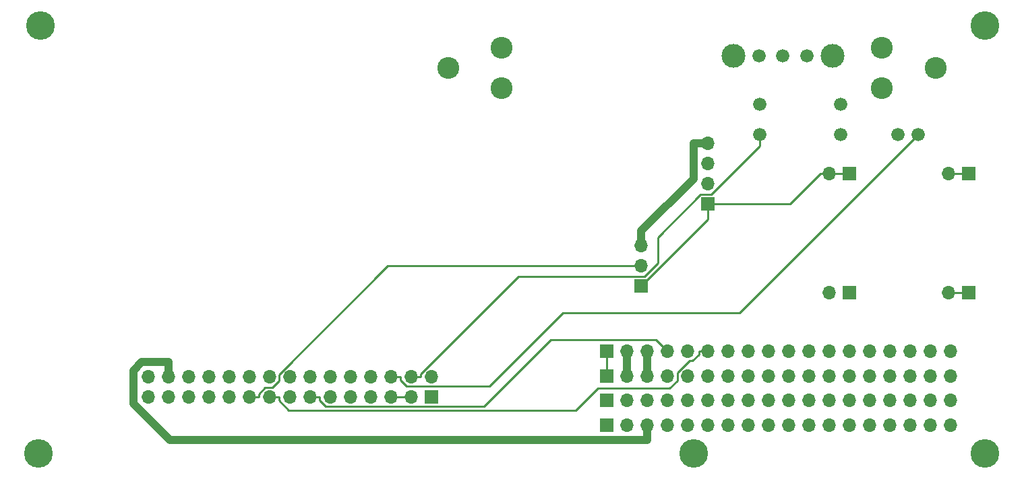
<source format=gbr>
G04 #@! TF.GenerationSoftware,KiCad,Pcbnew,5.99.0-unknown-a61ea1f~89~ubuntu20.04.1*
G04 #@! TF.CreationDate,2020-07-29T14:39:46+09:00*
G04 #@! TF.ProjectId,bGeigieRaku V2,62476569-6769-4655-9261-6b752056322e,rev?*
G04 #@! TF.SameCoordinates,Original*
G04 #@! TF.FileFunction,Copper,L1,Top*
G04 #@! TF.FilePolarity,Positive*
%FSLAX46Y46*%
G04 Gerber Fmt 4.6, Leading zero omitted, Abs format (unit mm)*
G04 Created by KiCad (PCBNEW 5.99.0-unknown-a61ea1f~89~ubuntu20.04.1) date 2020-07-29 14:39:46*
%MOMM*%
%LPD*%
G01*
G04 APERTURE LIST*
G04 #@! TA.AperFunction,ComponentPad*
%ADD10O,1.700000X1.700000*%
G04 #@! TD*
G04 #@! TA.AperFunction,ComponentPad*
%ADD11R,1.700000X1.700000*%
G04 #@! TD*
G04 #@! TA.AperFunction,ComponentPad*
%ADD12C,3.600000*%
G04 #@! TD*
G04 #@! TA.AperFunction,ComponentPad*
%ADD13C,2.743200*%
G04 #@! TD*
G04 #@! TA.AperFunction,ComponentPad*
%ADD14C,1.676400*%
G04 #@! TD*
G04 #@! TA.AperFunction,ComponentPad*
%ADD15C,3.000000*%
G04 #@! TD*
G04 #@! TA.AperFunction,Conductor*
%ADD16C,0.250000*%
G04 #@! TD*
G04 #@! TA.AperFunction,Conductor*
%ADD17C,1.000000*%
G04 #@! TD*
G04 APERTURE END LIST*
D10*
X204826000Y-116449000D03*
X202286000Y-116449000D03*
X199746000Y-116449000D03*
X197206000Y-116449000D03*
X194666000Y-116449000D03*
X192126000Y-116449000D03*
X189586000Y-116449000D03*
X187046000Y-116449000D03*
X184506000Y-116449000D03*
X181966000Y-116449000D03*
X179426000Y-116449000D03*
X176886000Y-116449000D03*
X174346000Y-116449000D03*
X171806000Y-116449000D03*
X169266000Y-116449000D03*
X166726000Y-116449000D03*
X164186000Y-116449000D03*
D11*
X161646000Y-116449000D03*
D12*
X172568000Y-126186000D03*
X90271600Y-126186000D03*
X90525600Y-72338000D03*
X209144000Y-72338000D03*
X209144000Y-126186000D03*
D10*
X189586000Y-105993000D03*
D11*
X192126000Y-105993000D03*
D10*
X204572000Y-105993000D03*
D11*
X207112000Y-105993000D03*
D10*
X204572000Y-91007000D03*
D11*
X207112000Y-91007000D03*
D10*
X189586000Y-91007000D03*
D11*
X192126000Y-91007000D03*
D10*
X104004000Y-116574000D03*
X104004000Y-119114000D03*
X106544000Y-116574000D03*
X106544000Y-119114000D03*
X109084000Y-116574000D03*
X109084000Y-119114000D03*
X111624000Y-116574000D03*
X111624000Y-119114000D03*
X114164000Y-116574000D03*
X114164000Y-119114000D03*
X116704000Y-116574000D03*
X116704000Y-119114000D03*
X119244000Y-116574000D03*
X119244000Y-119114000D03*
X121784000Y-116574000D03*
X121784000Y-119114000D03*
X124324000Y-116574000D03*
X124324000Y-119114000D03*
X126864000Y-116574000D03*
X126864000Y-119114000D03*
X129404000Y-116574000D03*
X129404000Y-119114000D03*
X131944000Y-116574000D03*
X131944000Y-119114000D03*
X134484000Y-116574000D03*
X134484000Y-119114000D03*
X137024000Y-116574000D03*
X137024000Y-119114000D03*
X139564000Y-116574000D03*
D11*
X139564000Y-119114000D03*
D13*
X196194000Y-75142000D03*
X202942000Y-77682000D03*
X196194000Y-80222000D03*
X148434000Y-80202000D03*
X141686000Y-77662000D03*
X148434000Y-75122000D03*
D10*
X204826000Y-113359000D03*
X202286000Y-113359000D03*
X199746000Y-113359000D03*
X197206000Y-113359000D03*
X194666000Y-113359000D03*
X192126000Y-113359000D03*
X189586000Y-113359000D03*
X187046000Y-113359000D03*
X184506000Y-113359000D03*
X181966000Y-113359000D03*
X179426000Y-113359000D03*
X176886000Y-113359000D03*
X174346000Y-113359000D03*
X171806000Y-113359000D03*
X169266000Y-113359000D03*
X166726000Y-113359000D03*
X164186000Y-113359000D03*
D11*
X161646000Y-113359000D03*
D10*
X204826000Y-119540000D03*
X202286000Y-119540000D03*
X199746000Y-119540000D03*
X197206000Y-119540000D03*
X194666000Y-119540000D03*
X192126000Y-119540000D03*
X189586000Y-119540000D03*
X187046000Y-119540000D03*
X184506000Y-119540000D03*
X181966000Y-119540000D03*
X179426000Y-119540000D03*
X176886000Y-119540000D03*
X174346000Y-119540000D03*
X171806000Y-119540000D03*
X169266000Y-119540000D03*
X166726000Y-119540000D03*
X164186000Y-119540000D03*
D11*
X161646000Y-119540000D03*
D10*
X204826000Y-122630000D03*
X202286000Y-122630000D03*
X199746000Y-122630000D03*
X197206000Y-122630000D03*
X194666000Y-122630000D03*
X192126000Y-122630000D03*
X189586000Y-122630000D03*
X187046000Y-122630000D03*
X184506000Y-122630000D03*
X181966000Y-122630000D03*
X179426000Y-122630000D03*
X176886000Y-122630000D03*
X174346000Y-122630000D03*
X171806000Y-122630000D03*
X169266000Y-122630000D03*
X166726000Y-122630000D03*
X164186000Y-122630000D03*
D11*
X161646000Y-122630000D03*
D14*
X180823000Y-82244000D03*
X190983000Y-82244000D03*
X190983000Y-86054000D03*
X180823000Y-86054000D03*
X200762000Y-86054000D03*
X198222000Y-86054000D03*
X183744000Y-76148000D03*
D15*
X177494000Y-76148000D03*
X189994000Y-76148000D03*
D14*
X186744000Y-76148000D03*
X180744000Y-76148000D03*
D10*
X174346000Y-87197000D03*
X174346000Y-89737000D03*
X174346000Y-92277000D03*
D11*
X174346000Y-94817000D03*
D10*
X165964000Y-100024000D03*
X165964000Y-102564000D03*
D11*
X165964000Y-105104000D03*
D16*
X207112000Y-105993000D02*
X204572000Y-105993000D01*
X207112000Y-91007000D02*
X204572000Y-91007000D01*
X135659300Y-116941400D02*
X135659300Y-116574000D01*
X136467200Y-117749300D02*
X135659300Y-116941400D01*
X146868900Y-117749300D02*
X136467200Y-117749300D01*
X156120700Y-108497500D02*
X146868900Y-117749300D01*
X178318500Y-108497500D02*
X156120700Y-108497500D01*
X200762000Y-86054000D02*
X178318500Y-108497500D01*
X134484000Y-116574000D02*
X135659300Y-116574000D01*
X124324000Y-119114000D02*
X125499300Y-119114000D01*
X125499300Y-119481400D02*
X125499300Y-119114000D01*
X126307200Y-120289300D02*
X125499300Y-119481400D01*
X146160800Y-120289300D02*
X126307200Y-120289300D01*
X154585700Y-111864400D02*
X146160800Y-120289300D01*
X167771400Y-111864400D02*
X154585700Y-111864400D01*
X169266000Y-113359000D02*
X167771400Y-111864400D01*
X120419300Y-119481300D02*
X120419300Y-119114000D01*
X121683500Y-120745500D02*
X120419300Y-119481300D01*
X157719600Y-120745500D02*
X121683500Y-120745500D01*
X160470600Y-117994500D02*
X157719600Y-120745500D01*
X169499200Y-117994500D02*
X160470600Y-117994500D01*
X170465900Y-117027800D02*
X169499200Y-117994500D01*
X170465900Y-116060900D02*
X170465900Y-117027800D01*
X171992500Y-114534300D02*
X170465900Y-116060900D01*
X172362800Y-114534300D02*
X171992500Y-114534300D01*
X173170700Y-113726400D02*
X172362800Y-114534300D01*
X173170700Y-113359000D02*
X173170700Y-113726400D01*
X174346000Y-113359000D02*
X173170700Y-113359000D01*
X119244000Y-119114000D02*
X120419300Y-119114000D01*
X117879300Y-118746600D02*
X117879300Y-119114000D01*
X118687200Y-117938700D02*
X117879300Y-118746600D01*
X119580300Y-117938700D02*
X118687200Y-117938700D01*
X120419400Y-117099600D02*
X119580300Y-117938700D01*
X120419400Y-116271900D02*
X120419400Y-117099600D01*
X134127300Y-102564000D02*
X120419400Y-116271900D01*
X165964000Y-102564000D02*
X134127300Y-102564000D01*
X116704000Y-119114000D02*
X117879300Y-119114000D01*
D17*
X166726000Y-113359000D02*
X166726000Y-116449000D01*
X103203400Y-114723700D02*
X106544000Y-114723700D01*
X102152700Y-115774400D02*
X103203400Y-114723700D01*
X102152700Y-119920400D02*
X102152700Y-115774400D01*
X106712600Y-124480300D02*
X102152700Y-119920400D01*
X166726000Y-124480300D02*
X106712600Y-124480300D01*
X166726000Y-122630000D02*
X166726000Y-124480300D01*
X106544000Y-116574000D02*
X106544000Y-114723700D01*
X164186000Y-113359000D02*
X164186000Y-116449000D01*
X172495700Y-91642000D02*
X165964000Y-98173700D01*
X172495700Y-87197000D02*
X172495700Y-91642000D01*
X174346000Y-87197000D02*
X172495700Y-87197000D01*
X165964000Y-100024000D02*
X165964000Y-98173700D01*
D16*
X138199300Y-116206700D02*
X138199300Y-116574000D01*
X150477400Y-103928600D02*
X138199300Y-116206700D01*
X166314000Y-103928600D02*
X150477400Y-103928600D01*
X168011500Y-102231100D02*
X166314000Y-103928600D01*
X168011500Y-98990400D02*
X168011500Y-102231100D01*
X173360600Y-93641300D02*
X168011500Y-98990400D01*
X174690700Y-93641300D02*
X173360600Y-93641300D01*
X180823000Y-87509000D02*
X174690700Y-93641300D01*
X180823000Y-86054000D02*
X180823000Y-87509000D01*
X137024000Y-116574000D02*
X138199300Y-116574000D01*
X184600700Y-94817000D02*
X188410700Y-91007000D01*
X174346000Y-94817000D02*
X184600700Y-94817000D01*
X189586000Y-91007000D02*
X188410700Y-91007000D01*
X161646000Y-113359000D02*
X161646000Y-116449000D01*
X137024000Y-119114000D02*
X134484000Y-119114000D01*
X192126000Y-91007000D02*
X189586000Y-91007000D01*
X174346000Y-96722000D02*
X174346000Y-94817000D01*
X165964000Y-105104000D02*
X174346000Y-96722000D01*
M02*

</source>
